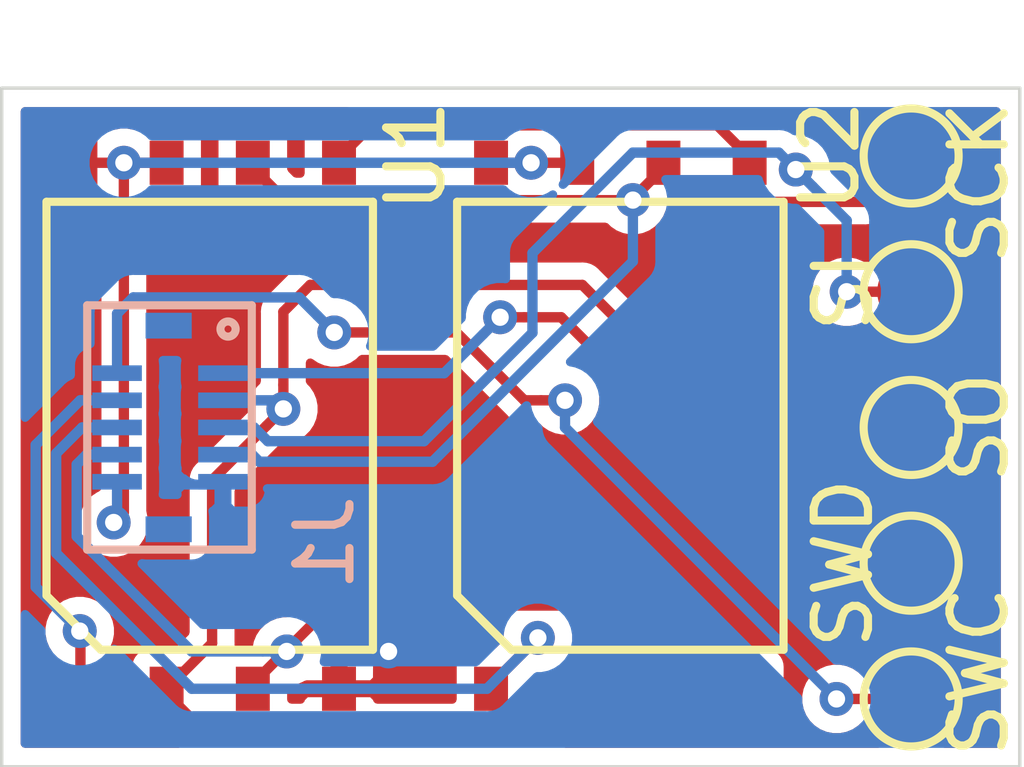
<source format=kicad_pcb>
(kicad_pcb (version 20171130) (host pcbnew "(5.1.2-1)-1")

  (general
    (thickness 1.6)
    (drawings 4)
    (tracks 120)
    (zones 0)
    (modules 8)
    (nets 11)
  )

  (page A4)
  (layers
    (0 F.Cu signal)
    (31 B.Cu signal)
    (32 B.Adhes user hide)
    (33 F.Adhes user hide)
    (34 B.Paste user hide)
    (35 F.Paste user hide)
    (36 B.SilkS user hide)
    (37 F.SilkS user)
    (38 B.Mask user hide)
    (39 F.Mask user hide)
    (40 Dwgs.User user hide)
    (41 Cmts.User user hide)
    (42 Eco1.User user hide)
    (43 Eco2.User user hide)
    (44 Edge.Cuts user)
    (45 Margin user hide)
    (46 B.CrtYd user hide)
    (47 F.CrtYd user)
    (48 B.Fab user hide)
    (49 F.Fab user hide)
  )

  (setup
    (last_trace_width 0.1524)
    (trace_clearance 0.15)
    (zone_clearance 0.254)
    (zone_45_only no)
    (trace_min 0.1524)
    (via_size 0.5)
    (via_drill 0.254)
    (via_min_size 0.5)
    (via_min_drill 0.254)
    (uvia_size 0.3)
    (uvia_drill 0.1)
    (uvias_allowed no)
    (uvia_min_size 0.2)
    (uvia_min_drill 0.1)
    (edge_width 0.05)
    (segment_width 0.2)
    (pcb_text_width 0.3)
    (pcb_text_size 1.5 1.5)
    (mod_edge_width 0.1)
    (mod_text_size 0.8 0.8)
    (mod_text_width 0.12)
    (pad_size 1.524 1.524)
    (pad_drill 0.762)
    (pad_to_mask_clearance 0.051)
    (solder_mask_min_width 0.25)
    (aux_axis_origin 0 0)
    (visible_elements FFFFFF7F)
    (pcbplotparams
      (layerselection 0x010fc_ffffffff)
      (usegerberextensions false)
      (usegerberattributes false)
      (usegerberadvancedattributes false)
      (creategerberjobfile false)
      (excludeedgelayer true)
      (linewidth 0.100000)
      (plotframeref false)
      (viasonmask false)
      (mode 1)
      (useauxorigin false)
      (hpglpennumber 1)
      (hpglpenspeed 20)
      (hpglpendiameter 15.000000)
      (psnegative false)
      (psa4output false)
      (plotreference true)
      (plotvalue true)
      (plotinvisibletext false)
      (padsonsilk false)
      (subtractmaskfromsilk false)
      (outputformat 1)
      (mirror false)
      (drillshape 0)
      (scaleselection 1)
      (outputdirectory "Export/"))
  )

  (net 0 "")
  (net 1 "Net-(J1-Pad10)")
  (net 2 "Net-(J1-Pad9)")
  (net 3 "Net-(J1-Pad8)")
  (net 4 "Net-(J1-Pad7)")
  (net 5 VDD)
  (net 6 GND)
  (net 7 "Net-(J1-Pad4)")
  (net 8 "Net-(J1-Pad3)")
  (net 9 "Net-(J1-Pad2)")
  (net 10 "Net-(J1-Pad1)")

  (net_class Default "This is the default net class."
    (clearance 0.15)
    (trace_width 0.1524)
    (via_dia 0.5)
    (via_drill 0.254)
    (uvia_dia 0.3)
    (uvia_drill 0.1)
    (add_net GND)
    (add_net "Net-(J1-Pad1)")
    (add_net "Net-(J1-Pad10)")
    (add_net "Net-(J1-Pad2)")
    (add_net "Net-(J1-Pad3)")
    (add_net "Net-(J1-Pad4)")
    (add_net "Net-(J1-Pad7)")
    (add_net "Net-(J1-Pad8)")
    (add_net "Net-(J1-Pad9)")
    (add_net VDD)
  )

  (module "ARBO Parts:8x6mm_WSON_UTSO" (layer F.Cu) (tedit 5E57398C) (tstamp 5E579C52)
    (at 141.065 57.975)
    (path /5E5743F3)
    (attr smd)
    (fp_text reference U1 (at 3.035 -3.975 90) (layer F.SilkS)
      (effects (font (size 0.8 0.8) (thickness 0.12)))
    )
    (fp_text value IS37SML01G1 (at 0 0) (layer F.Fab)
      (effects (font (size 1 1) (thickness 0.15)))
    )
    (fp_line (start -2.5 4.25) (end -2.5 -4.25) (layer F.CrtYd) (width 0.05))
    (fp_line (start 2.5 4.25) (end -2.5 4.25) (layer F.CrtYd) (width 0.05))
    (fp_line (start 2.5 -4.25) (end 2.5 4.25) (layer F.CrtYd) (width 0.05))
    (fp_line (start -2.5 -4.25) (end 2.5 -4.25) (layer F.CrtYd) (width 0.05))
    (fp_line (start 2.405 3.3) (end -1.605 3.3) (layer F.SilkS) (width 0.12))
    (fp_line (start 2.405 -3.3) (end 2.405 3.3) (layer F.SilkS) (width 0.12))
    (fp_line (start -2.405 -3.3) (end 2.405 -3.3) (layer F.SilkS) (width 0.12))
    (fp_line (start -2.405 2.5) (end -2.405 -3.3) (layer F.SilkS) (width 0.12))
    (fp_line (start -1.605 3.3) (end -2.405 2.5) (layer F.SilkS) (width 0.12))
    (pad 4 smd rect (at 1.905 3.875) (size 0.5 0.65) (layers F.Cu F.Paste F.Mask)
      (net 6 GND))
    (pad 5 smd rect (at 1.905 -3.875) (size 0.5 0.65) (layers F.Cu F.Paste F.Mask)
      (net 8 "Net-(J1-Pad3)"))
    (pad 3 smd rect (at 0.635 3.875) (size 0.5 0.65) (layers F.Cu F.Paste F.Mask)
      (net 4 "Net-(J1-Pad7)"))
    (pad 6 smd rect (at 0.635 -3.875) (size 0.5 0.65) (layers F.Cu F.Paste F.Mask)
      (net 7 "Net-(J1-Pad4)"))
    (pad 2 smd rect (at -0.635 3.875) (size 0.5 0.65) (layers F.Cu F.Paste F.Mask)
      (net 9 "Net-(J1-Pad2)"))
    (pad 7 smd rect (at -0.635 -3.875) (size 0.5 0.65) (layers F.Cu F.Paste F.Mask)
      (net 5 VDD))
    (pad 1 smd rect (at -1.905 3.875) (size 0.5 0.65) (layers F.Cu F.Paste F.Mask)
      (net 2 "Net-(J1-Pad9)"))
    (pad 8 smd rect (at -1.905 -3.875) (size 0.5 0.65) (layers F.Cu F.Paste F.Mask)
      (net 5 VDD))
  )

  (module TestPoint:TestPoint_Pad_D1.0mm (layer F.Cu) (tedit 5A0F774F) (tstamp 5E57A16A)
    (at 151.4 56)
    (descr "SMD pad as test Point, diameter 1.0mm")
    (tags "test point SMD pad")
    (path /5E58B862)
    (attr virtual)
    (fp_text reference TP5 (at 0 -1.448) (layer F.SilkS) hide
      (effects (font (size 0.8 0.8) (thickness 0.12)))
    )
    (fp_text value TestPoint (at 0 1.55) (layer F.Fab)
      (effects (font (size 1 1) (thickness 0.15)))
    )
    (fp_circle (center 0 0) (end 0 0.7) (layer F.SilkS) (width 0.12))
    (fp_circle (center 0 0) (end 1 0) (layer F.CrtYd) (width 0.05))
    (fp_text user %R (at 0 -1.45) (layer F.Fab)
      (effects (font (size 1 1) (thickness 0.15)))
    )
    (fp_text user SI (at -1 0 90) (layer F.SilkS)
      (effects (font (size 0.8 0.8) (thickness 0.12)))
    )
    (pad 1 smd circle (at 0 0) (size 1 1) (layers F.Cu F.Mask)
      (net 8 "Net-(J1-Pad3)"))
  )

  (module TestPoint:TestPoint_Pad_D1.0mm (layer F.Cu) (tedit 5A0F774F) (tstamp 5E57A3C9)
    (at 151.4 54)
    (descr "SMD pad as test Point, diameter 1.0mm")
    (tags "test point SMD pad")
    (path /5E58C6A8)
    (attr virtual)
    (fp_text reference TP4 (at 0 -1.448) (layer F.SilkS) hide
      (effects (font (size 0.8 0.8) (thickness 0.12)))
    )
    (fp_text value TestPoint (at 0 1.55) (layer F.Fab)
      (effects (font (size 1 1) (thickness 0.15)))
    )
    (fp_circle (center 0 0) (end 0 0.7) (layer F.SilkS) (width 0.12))
    (fp_circle (center 0 0) (end 1 0) (layer F.CrtYd) (width 0.05))
    (fp_text user %R (at 0 -1.45) (layer F.Fab)
      (effects (font (size 1 1) (thickness 0.15)))
    )
    (fp_text user SCK (at 1 0.4 90) (layer F.SilkS)
      (effects (font (size 0.8 0.8) (thickness 0.12)))
    )
    (pad 1 smd circle (at 0 0) (size 1 1) (layers F.Cu F.Mask)
      (net 7 "Net-(J1-Pad4)"))
  )

  (module TestPoint:TestPoint_Pad_D1.0mm (layer F.Cu) (tedit 5A0F774F) (tstamp 5E57A15A)
    (at 151.4 58)
    (descr "SMD pad as test Point, diameter 1.0mm")
    (tags "test point SMD pad")
    (path /5E58AE0B)
    (attr virtual)
    (fp_text reference TP3 (at 0 -1.448) (layer F.SilkS) hide
      (effects (font (size 0.8 0.8) (thickness 0.12)))
    )
    (fp_text value TestPoint (at 0 1.55) (layer F.Fab)
      (effects (font (size 1 1) (thickness 0.15)))
    )
    (fp_circle (center 0 0) (end 0 0.7) (layer F.SilkS) (width 0.12))
    (fp_circle (center 0 0) (end 1 0) (layer F.CrtYd) (width 0.05))
    (fp_text user %R (at 0 -1.45) (layer F.Fab)
      (effects (font (size 1 1) (thickness 0.15)))
    )
    (fp_text user SO (at 1 0 90) (layer F.SilkS)
      (effects (font (size 0.8 0.8) (thickness 0.12)))
    )
    (pad 1 smd circle (at 0 0) (size 1 1) (layers F.Cu F.Mask)
      (net 9 "Net-(J1-Pad2)"))
  )

  (module TestPoint:TestPoint_Pad_D1.0mm (layer F.Cu) (tedit 5A0F774F) (tstamp 5E57A4BE)
    (at 151.4 62)
    (descr "SMD pad as test Point, diameter 1.0mm")
    (tags "test point SMD pad")
    (path /5E584761)
    (attr virtual)
    (fp_text reference TP2 (at 0 -1.448) (layer F.SilkS) hide
      (effects (font (size 0.8 0.8) (thickness 0.12)))
    )
    (fp_text value TestPoint (at 0 1.55) (layer F.Fab)
      (effects (font (size 1 1) (thickness 0.15)))
    )
    (fp_circle (center 0 0) (end 0 0.7) (layer F.SilkS) (width 0.12))
    (fp_circle (center 0 0) (end 1 0) (layer F.CrtYd) (width 0.05))
    (fp_text user %R (at 0 -1.45) (layer F.Fab)
      (effects (font (size 1 1) (thickness 0.15)))
    )
    (fp_text user SWC (at 1 -0.4 90) (layer F.SilkS)
      (effects (font (size 0.8 0.8) (thickness 0.12)))
    )
    (pad 1 smd circle (at 0 0) (size 1 1) (layers F.Cu F.Mask)
      (net 1 "Net-(J1-Pad10)"))
  )

  (module TestPoint:TestPoint_Pad_D1.0mm (layer F.Cu) (tedit 5A0F774F) (tstamp 5E57A479)
    (at 151.4 60)
    (descr "SMD pad as test Point, diameter 1.0mm")
    (tags "test point SMD pad")
    (path /5E58502D)
    (attr virtual)
    (fp_text reference TP1 (at 0 -1.448) (layer F.SilkS) hide
      (effects (font (size 0.8 0.8) (thickness 0.12)))
    )
    (fp_text value TestPoint (at 0 1.55) (layer F.Fab)
      (effects (font (size 1 1) (thickness 0.15)))
    )
    (fp_circle (center 0 0) (end 0 0.7) (layer F.SilkS) (width 0.12))
    (fp_circle (center 0 0) (end 1 0) (layer F.CrtYd) (width 0.05))
    (fp_text user %R (at 0 -1.45) (layer F.Fab)
      (effects (font (size 1 1) (thickness 0.15)))
    )
    (fp_text user SWD (at -1 0 90) (layer F.SilkS)
      (effects (font (size 0.8 0.8) (thickness 0.12)))
    )
    (pad 1 smd circle (at 0 0) (size 1 1) (layers F.Cu F.Mask)
      (net 10 "Net-(J1-Pad1)"))
  )

  (module "ARBO Parts:8x6mm_WSON_UTSO" (layer F.Cu) (tedit 5E57398C) (tstamp 5E579EC6)
    (at 147.115 57.975)
    (path /5E575C07)
    (attr smd)
    (fp_text reference U2 (at 3.085 -3.975 90) (layer F.SilkS)
      (effects (font (size 0.8 0.8) (thickness 0.12)))
    )
    (fp_text value IS37SML01G1 (at 0 0) (layer F.Fab)
      (effects (font (size 1 1) (thickness 0.15)))
    )
    (fp_line (start -2.5 4.25) (end -2.5 -4.25) (layer F.CrtYd) (width 0.05))
    (fp_line (start 2.5 4.25) (end -2.5 4.25) (layer F.CrtYd) (width 0.05))
    (fp_line (start 2.5 -4.25) (end 2.5 4.25) (layer F.CrtYd) (width 0.05))
    (fp_line (start -2.5 -4.25) (end 2.5 -4.25) (layer F.CrtYd) (width 0.05))
    (fp_line (start 2.405 3.3) (end -1.605 3.3) (layer F.SilkS) (width 0.12))
    (fp_line (start 2.405 -3.3) (end 2.405 3.3) (layer F.SilkS) (width 0.12))
    (fp_line (start -2.405 -3.3) (end 2.405 -3.3) (layer F.SilkS) (width 0.12))
    (fp_line (start -2.405 2.5) (end -2.405 -3.3) (layer F.SilkS) (width 0.12))
    (fp_line (start -1.605 3.3) (end -2.405 2.5) (layer F.SilkS) (width 0.12))
    (pad 4 smd rect (at 1.905 3.875) (size 0.5 0.65) (layers F.Cu F.Paste F.Mask)
      (net 6 GND))
    (pad 5 smd rect (at 1.905 -3.875) (size 0.5 0.65) (layers F.Cu F.Paste F.Mask)
      (net 8 "Net-(J1-Pad3)"))
    (pad 3 smd rect (at 0.635 3.875) (size 0.5 0.65) (layers F.Cu F.Paste F.Mask)
      (net 4 "Net-(J1-Pad7)"))
    (pad 6 smd rect (at 0.635 -3.875) (size 0.5 0.65) (layers F.Cu F.Paste F.Mask)
      (net 7 "Net-(J1-Pad4)"))
    (pad 2 smd rect (at -0.635 3.875) (size 0.5 0.65) (layers F.Cu F.Paste F.Mask)
      (net 9 "Net-(J1-Pad2)"))
    (pad 7 smd rect (at -0.635 -3.875) (size 0.5 0.65) (layers F.Cu F.Paste F.Mask)
      (net 5 VDD))
    (pad 1 smd rect (at -1.905 3.875) (size 0.5 0.65) (layers F.Cu F.Paste F.Mask)
      (net 3 "Net-(J1-Pad8)"))
    (pad 8 smd rect (at -1.905 -3.875) (size 0.5 0.65) (layers F.Cu F.Paste F.Mask)
      (net 5 VDD))
  )

  (module "ARBO Parts:hirose_DF37B-10" (layer B.Cu) (tedit 5E572D44) (tstamp 5E579C2D)
    (at 141.26 58 270)
    (path /5E57899C)
    (fp_text reference J1 (at 1.7 -1.5 90) (layer B.SilkS)
      (effects (font (size 0.8 0.8) (thickness 0.12)) (justify mirror))
    )
    (fp_text value ARBO_BT_Hirose (at -0.3 3.1 90) (layer B.Fab)
      (effects (font (size 1 1) (thickness 0.15)) (justify mirror))
    )
    (fp_line (start 1.8 2) (end -1.8 2) (layer B.CrtYd) (width 0.12))
    (fp_line (start 1.8 -0.425) (end 1.8 2) (layer B.CrtYd) (width 0.12))
    (fp_line (start -1.8 -0.425) (end 1.8 -0.425) (layer B.CrtYd) (width 0.12))
    (fp_line (start -1.8 2) (end -1.8 -0.425) (layer B.CrtYd) (width 0.12))
    (fp_circle (center -1.45 -0.075) (end -1.35 -0.125) (layer B.SilkS) (width 0.12))
    (fp_line (start 1.8 2) (end -1.8 2) (layer B.SilkS) (width 0.12))
    (fp_line (start 1.8 -0.425) (end 1.8 2) (layer B.SilkS) (width 0.12))
    (fp_line (start -1.8 -0.425) (end 1.8 -0.425) (layer B.SilkS) (width 0.12))
    (fp_line (start -1.8 2) (end -1.8 -0.425) (layer B.SilkS) (width 0.12))
    (pad 12 smd rect (at -1.5 0.8 270) (size 0.38 0.68) (layers B.Cu B.Paste B.Mask))
    (pad 11 smd rect (at 1.5 0.8 270) (size 0.38 0.68) (layers B.Cu B.Paste B.Mask))
    (pad 10 smd rect (at -0.8 1.56 270) (size 0.23 0.73) (layers B.Cu B.Paste B.Mask)
      (net 1 "Net-(J1-Pad10)"))
    (pad 9 smd rect (at -0.4 1.56 270) (size 0.23 0.73) (layers B.Cu B.Paste B.Mask)
      (net 2 "Net-(J1-Pad9)"))
    (pad 8 smd rect (at 0 1.56 270) (size 0.23 0.73) (layers B.Cu B.Paste B.Mask)
      (net 3 "Net-(J1-Pad8)"))
    (pad 7 smd rect (at 0.4 1.56 270) (size 0.23 0.73) (layers B.Cu B.Paste B.Mask)
      (net 4 "Net-(J1-Pad7)"))
    (pad 6 smd rect (at 0.8 1.56 270) (size 0.23 0.73) (layers B.Cu B.Paste B.Mask)
      (net 5 VDD))
    (pad 5 smd rect (at 0.8 0 270) (size 0.23 0.73) (layers B.Cu B.Paste B.Mask)
      (net 6 GND))
    (pad 4 smd rect (at 0.4 0 270) (size 0.23 0.73) (layers B.Cu B.Paste B.Mask)
      (net 7 "Net-(J1-Pad4)"))
    (pad 3 smd rect (at 0 0 270) (size 0.23 0.73) (layers B.Cu B.Paste B.Mask)
      (net 8 "Net-(J1-Pad3)"))
    (pad 2 smd rect (at -0.4 0 270) (size 0.23 0.73) (layers B.Cu B.Paste B.Mask)
      (net 9 "Net-(J1-Pad2)"))
    (pad 1 smd rect (at -0.8 0 270) (size 0.23 0.73) (layers B.Cu B.Paste B.Mask)
      (net 10 "Net-(J1-Pad1)"))
  )

  (gr_line (start 153 53) (end 138 53) (layer Edge.Cuts) (width 0.05) (tstamp 5E579DE4))
  (gr_line (start 153 63) (end 153 53) (layer Edge.Cuts) (width 0.05))
  (gr_line (start 138 63) (end 153 63) (layer Edge.Cuts) (width 0.05))
  (gr_line (start 138 53) (end 138 63) (layer Edge.Cuts) (width 0.05))

  (via (at 142.9 56.6) (size 0.5) (drill 0.254) (layers F.Cu B.Cu) (net 1))
  (via (at 146.3 57.6) (size 0.5) (drill 0.254) (layers F.Cu B.Cu) (net 1) (tstamp 5E57AE90))
  (via (at 150.3 62) (size 0.5) (drill 0.254) (layers F.Cu B.Cu) (net 1) (tstamp 5E57AE92))
  (segment (start 150.3 62) (end 151.4 62) (width 0.1524) (layer F.Cu) (net 1))
  (segment (start 145.946447 57.6) (end 146.3 57.6) (width 0.1524) (layer F.Cu) (net 1))
  (segment (start 145.7 57.6) (end 145.946447 57.6) (width 0.1524) (layer F.Cu) (net 1))
  (segment (start 144.7 56.6) (end 145.7 57.6) (width 0.1524) (layer F.Cu) (net 1))
  (segment (start 142.9 56.6) (end 144.7 56.6) (width 0.1524) (layer F.Cu) (net 1))
  (segment (start 142.383799 56.083799) (end 142.650001 56.350001) (width 0.1524) (layer B.Cu) (net 1))
  (segment (start 139.939039 56.083799) (end 142.383799 56.083799) (width 0.1524) (layer B.Cu) (net 1))
  (segment (start 142.650001 56.350001) (end 142.9 56.6) (width 0.1524) (layer B.Cu) (net 1))
  (segment (start 139.7 56.322838) (end 139.939039 56.083799) (width 0.1524) (layer B.Cu) (net 1))
  (segment (start 139.7 57.2) (end 139.7 56.322838) (width 0.1524) (layer B.Cu) (net 1))
  (segment (start 146.3 58) (end 150.3 62) (width 0.1524) (layer B.Cu) (net 1))
  (segment (start 146.3 57.6) (end 146.3 58) (width 0.1524) (layer B.Cu) (net 1))
  (via (at 139.15 61) (size 0.5) (drill 0.254) (layers F.Cu B.Cu) (net 2))
  (segment (start 139.16 61.01) (end 139.15 61) (width 0.1524) (layer F.Cu) (net 2))
  (segment (start 139.16 61.85) (end 139.16 61.01) (width 0.1524) (layer F.Cu) (net 2))
  (segment (start 139.1826 57.6) (end 139.7 57.6) (width 0.1524) (layer B.Cu) (net 2))
  (segment (start 138.5 58.257492) (end 139.157492 57.6) (width 0.1524) (layer B.Cu) (net 2))
  (segment (start 139.157492 57.6) (end 139.1826 57.6) (width 0.1524) (layer B.Cu) (net 2))
  (segment (start 139.15 61) (end 138.5 60.35) (width 0.1524) (layer B.Cu) (net 2))
  (segment (start 138.5 60.35) (end 138.5 58.257492) (width 0.1524) (layer B.Cu) (net 2))
  (via (at 145.9 61.1) (size 0.5) (drill 0.254) (layers F.Cu B.Cu) (net 3))
  (segment (start 139.7 58) (end 139.185165 58) (width 0.1524) (layer B.Cu) (net 3))
  (segment (start 145.650001 61.349999) (end 145.9 61.1) (width 0.1524) (layer B.Cu) (net 3))
  (segment (start 145.150001 61.849999) (end 145.650001 61.349999) (width 0.1524) (layer B.Cu) (net 3))
  (segment (start 139.185165 58) (end 138.802411 58.382754) (width 0.1524) (layer B.Cu) (net 3))
  (segment (start 138.802411 59.852411) (end 140.799999 61.849999) (width 0.1524) (layer B.Cu) (net 3))
  (segment (start 140.799999 61.849999) (end 145.150001 61.849999) (width 0.1524) (layer B.Cu) (net 3))
  (segment (start 138.802411 58.382754) (end 138.802411 59.852411) (width 0.1524) (layer B.Cu) (net 3))
  (segment (start 145.21 61.79) (end 145.9 61.1) (width 0.1524) (layer F.Cu) (net 3))
  (segment (start 145.21 61.85) (end 145.21 61.79) (width 0.1524) (layer F.Cu) (net 3))
  (via (at 142.2 61.3) (size 0.5) (drill 0.254) (layers F.Cu B.Cu) (net 4))
  (segment (start 141.846447 61.3) (end 142.2 61.3) (width 0.1524) (layer B.Cu) (net 4))
  (segment (start 139.104822 59.604822) (end 140.8 61.3) (width 0.1524) (layer B.Cu) (net 4))
  (segment (start 139.25 58.4) (end 139.104822 58.545178) (width 0.1524) (layer B.Cu) (net 4))
  (segment (start 139.104822 58.545178) (end 139.104822 59.604822) (width 0.1524) (layer B.Cu) (net 4))
  (segment (start 139.7 58.4) (end 139.25 58.4) (width 0.1524) (layer B.Cu) (net 4))
  (segment (start 140.8 61.3) (end 141.846447 61.3) (width 0.1524) (layer B.Cu) (net 4))
  (segment (start 147.75 61.775) (end 147.75 61.85) (width 0.1524) (layer F.Cu) (net 4))
  (segment (start 142.851201 60.623799) (end 146.598799 60.623799) (width 0.1524) (layer F.Cu) (net 4))
  (segment (start 141.7 61.775) (end 142.851201 60.623799) (width 0.1524) (layer F.Cu) (net 4))
  (segment (start 146.598799 60.623799) (end 147.75 61.775) (width 0.1524) (layer F.Cu) (net 4))
  (segment (start 141.7 61.85) (end 141.7 61.775) (width 0.1524) (layer F.Cu) (net 4))
  (via (at 145.8 54.1) (size 0.5) (drill 0.254) (layers F.Cu B.Cu) (net 5))
  (segment (start 145.21 54.1) (end 146.48 54.1) (width 0.1524) (layer F.Cu) (net 5))
  (segment (start 145.8 54.1) (end 139.8 54.1) (width 0.1524) (layer B.Cu) (net 5))
  (segment (start 139.7 59.350002) (end 139.65 59.400002) (width 0.1524) (layer B.Cu) (net 5))
  (via (at 139.65 59.400002) (size 0.5) (drill 0.254) (layers F.Cu B.Cu) (net 5))
  (segment (start 139.7 58.8) (end 139.7 59.350002) (width 0.1524) (layer B.Cu) (net 5))
  (segment (start 139.8 54.1) (end 140.43 54.1) (width 0.1524) (layer F.Cu) (net 5) (tstamp 5E57A7A2))
  (segment (start 139.16 54.1) (end 139.8 54.1) (width 0.1524) (layer F.Cu) (net 5))
  (via (at 139.8 54.1) (size 0.5) (drill 0.254) (layers F.Cu B.Cu) (net 5))
  (segment (start 139.8 59.250002) (end 139.8 54.1) (width 0.1524) (layer F.Cu) (net 5))
  (segment (start 139.65 59.400002) (end 139.8 59.250002) (width 0.1524) (layer F.Cu) (net 5))
  (via (at 143.7 61.3) (size 0.5) (drill 0.254) (layers F.Cu B.Cu) (net 6))
  (segment (start 142.97 61.85) (end 143.15 61.85) (width 0.1524) (layer F.Cu) (net 6))
  (via (at 147.3 54.65) (size 0.5) (drill 0.254) (layers F.Cu B.Cu) (net 7))
  (segment (start 147.75 54.1) (end 147.75 54.175) (width 0.1524) (layer F.Cu) (net 7))
  (segment (start 147.75 54.175) (end 147.273799 54.651201) (width 0.1524) (layer F.Cu) (net 7))
  (segment (start 147.273799 54.651201) (end 142.176201 54.651201) (width 0.1524) (layer F.Cu) (net 7))
  (segment (start 142.176201 54.651201) (end 141.7 54.175) (width 0.1524) (layer F.Cu) (net 7))
  (segment (start 141.7 54.175) (end 141.7 54.1) (width 0.1524) (layer F.Cu) (net 7))
  (segment (start 141.691343 58.4) (end 141.26 58.4) (width 0.1524) (layer B.Cu) (net 7))
  (segment (start 141.796165 58.504822) (end 141.691343 58.4) (width 0.1524) (layer B.Cu) (net 7))
  (segment (start 147.3 55.552698) (end 144.347876 58.504822) (width 0.1524) (layer B.Cu) (net 7))
  (segment (start 147.3 54.65) (end 147.3 55.552698) (width 0.1524) (layer B.Cu) (net 7))
  (segment (start 144.347876 58.504822) (end 141.796165 58.504822) (width 0.1524) (layer B.Cu) (net 7))
  (segment (start 147.75 54.175) (end 148.251205 54.676205) (width 0.1524) (layer F.Cu) (net 7))
  (segment (start 148.251205 54.676205) (end 150.723795 54.676205) (width 0.1524) (layer F.Cu) (net 7))
  (segment (start 150.900001 54.499999) (end 151.4 54) (width 0.1524) (layer F.Cu) (net 7))
  (segment (start 150.723795 54.676205) (end 150.900001 54.499999) (width 0.1524) (layer F.Cu) (net 7))
  (segment (start 148.543799 53.548799) (end 149.02 54.025) (width 0.1524) (layer F.Cu) (net 8))
  (segment (start 149.02 54.025) (end 149.02 54.1) (width 0.1524) (layer F.Cu) (net 8))
  (segment (start 143.446201 53.548799) (end 143.551201 53.548799) (width 0.1524) (layer F.Cu) (net 8))
  (segment (start 142.97 54.025) (end 143.446201 53.548799) (width 0.1524) (layer F.Cu) (net 8))
  (segment (start 142.97 54.1) (end 142.97 54.025) (width 0.1524) (layer F.Cu) (net 8))
  (segment (start 143.551201 53.548799) (end 148.543799 53.548799) (width 0.1524) (layer F.Cu) (net 8) (tstamp 5E57A844))
  (via (at 150.45 56) (size 0.5) (drill 0.254) (layers F.Cu B.Cu) (net 8) (tstamp 5E57AB6E))
  (segment (start 150.45 56) (end 151.4 56) (width 0.1524) (layer F.Cu) (net 8))
  (segment (start 149.450001 53.950001) (end 149.7 54.2) (width 0.1524) (layer B.Cu) (net 8))
  (segment (start 147.299999 53.950001) (end 149.450001 53.950001) (width 0.1524) (layer B.Cu) (net 8))
  (via (at 149.7 54.2) (size 0.5) (drill 0.254) (layers F.Cu B.Cu) (net 8))
  (segment (start 145.820235 56.60479) (end 145.820234 55.429766) (width 0.1524) (layer B.Cu) (net 8))
  (segment (start 150.45 54.95) (end 149.949999 54.449999) (width 0.1524) (layer B.Cu) (net 8))
  (segment (start 141.26 58) (end 141.719016 58) (width 0.1524) (layer B.Cu) (net 8))
  (segment (start 149.949999 54.449999) (end 149.7 54.2) (width 0.1524) (layer B.Cu) (net 8))
  (segment (start 141.719016 58) (end 141.921427 58.202411) (width 0.1524) (layer B.Cu) (net 8))
  (segment (start 144.222614 58.202411) (end 145.820235 56.60479) (width 0.1524) (layer B.Cu) (net 8))
  (segment (start 141.921427 58.202411) (end 144.222614 58.202411) (width 0.1524) (layer B.Cu) (net 8))
  (segment (start 150.45 56) (end 150.45 54.95) (width 0.1524) (layer B.Cu) (net 8))
  (segment (start 145.820234 55.429766) (end 147.299999 53.950001) (width 0.1524) (layer B.Cu) (net 8))
  (segment (start 146.003799 62.401201) (end 146.48 61.925) (width 0.1524) (layer F.Cu) (net 9))
  (segment (start 146.48 61.925) (end 146.48 61.85) (width 0.1524) (layer F.Cu) (net 9))
  (segment (start 140.906201 62.401201) (end 140.906201 62.401201) (width 0.1524) (layer F.Cu) (net 9))
  (segment (start 140.43 61.925) (end 140.906201 62.401201) (width 0.1524) (layer F.Cu) (net 9))
  (segment (start 140.43 61.85) (end 140.43 61.925) (width 0.1524) (layer F.Cu) (net 9))
  (segment (start 140.906201 62.401201) (end 146.003799 62.401201) (width 0.1524) (layer F.Cu) (net 9) (tstamp 5E57A840))
  (segment (start 141.26 57.6) (end 142.023794 57.6) (width 0.1524) (layer B.Cu) (net 9))
  (segment (start 142.023794 57.6) (end 142.150004 57.72621) (width 0.1524) (layer B.Cu) (net 9))
  (via (at 142.150004 57.72621) (size 0.5) (drill 0.254) (layers F.Cu B.Cu) (net 9))
  (segment (start 142.150004 57.372657) (end 142.150004 57.72621) (width 0.1524) (layer F.Cu) (net 9))
  (segment (start 142.545222 55.9) (end 142.150004 56.295218) (width 0.1524) (layer F.Cu) (net 9))
  (segment (start 148.655344 58) (end 146.555344 55.9) (width 0.1524) (layer F.Cu) (net 9))
  (segment (start 151.4 58) (end 148.655344 58) (width 0.1524) (layer F.Cu) (net 9))
  (segment (start 142.150004 56.295218) (end 142.150004 57.372657) (width 0.1524) (layer F.Cu) (net 9))
  (segment (start 146.555344 55.9) (end 142.545222 55.9) (width 0.1524) (layer F.Cu) (net 9))
  (segment (start 141.1 61.18) (end 141.1 58.776214) (width 0.1524) (layer F.Cu) (net 9))
  (segment (start 141.900005 57.976209) (end 142.150004 57.72621) (width 0.1524) (layer F.Cu) (net 9))
  (segment (start 141.1 58.776214) (end 141.900005 57.976209) (width 0.1524) (layer F.Cu) (net 9))
  (segment (start 140.43 61.85) (end 141.1 61.18) (width 0.1524) (layer F.Cu) (net 9))
  (segment (start 145.697586 56.376212) (end 145.344033 56.376212) (width 0.1524) (layer F.Cu) (net 10))
  (via (at 145.344033 56.376212) (size 0.5) (drill 0.254) (layers F.Cu B.Cu) (net 10))
  (segment (start 149.867823 60) (end 146.244035 56.376212) (width 0.1524) (layer F.Cu) (net 10))
  (segment (start 146.244035 56.376212) (end 145.697586 56.376212) (width 0.1524) (layer F.Cu) (net 10))
  (segment (start 141.26 57.2) (end 144.520245 57.2) (width 0.1524) (layer B.Cu) (net 10))
  (segment (start 151.4 60) (end 149.867823 60) (width 0.1524) (layer F.Cu) (net 10))
  (segment (start 145.094034 56.626211) (end 145.344033 56.376212) (width 0.1524) (layer B.Cu) (net 10))
  (segment (start 144.520245 57.2) (end 145.094034 56.626211) (width 0.1524) (layer B.Cu) (net 10))

  (zone (net 6) (net_name GND) (layer F.Cu) (tstamp 5E595FAE) (hatch edge 0.508)
    (connect_pads (clearance 0.254))
    (min_thickness 0.13)
    (fill yes (arc_segments 32) (thermal_gap 0.25) (thermal_bridge_width 0.25))
    (polygon
      (pts
        (xy 138 53) (xy 138 63) (xy 153 63) (xy 153 53)
      )
    )
    (filled_polygon
      (pts
        (xy 142.981646 53.454457) (xy 142.72 53.454457) (xy 142.657465 53.460616) (xy 142.597334 53.478857) (xy 142.541916 53.508478)
        (xy 142.493342 53.548342) (xy 142.453478 53.596916) (xy 142.423857 53.652334) (xy 142.405616 53.712465) (xy 142.399457 53.775)
        (xy 142.399457 54.256001) (xy 142.339898 54.256001) (xy 142.270543 54.186646) (xy 142.270543 53.775) (xy 142.264384 53.712465)
        (xy 142.246143 53.652334) (xy 142.216522 53.596916) (xy 142.176658 53.548342) (xy 142.128084 53.508478) (xy 142.072666 53.478857)
        (xy 142.012535 53.460616) (xy 141.95 53.454457) (xy 141.45 53.454457) (xy 141.387465 53.460616) (xy 141.327334 53.478857)
        (xy 141.271916 53.508478) (xy 141.223342 53.548342) (xy 141.183478 53.596916) (xy 141.153857 53.652334) (xy 141.135616 53.712465)
        (xy 141.129457 53.775) (xy 141.129457 54.425) (xy 141.135616 54.487535) (xy 141.153857 54.547666) (xy 141.183478 54.603084)
        (xy 141.223342 54.651658) (xy 141.271916 54.691522) (xy 141.327334 54.721143) (xy 141.387465 54.739384) (xy 141.45 54.745543)
        (xy 141.711646 54.745543) (xy 141.88302 54.916917) (xy 141.8954 54.932002) (xy 141.955577 54.981388) (xy 142.024233 55.018085)
        (xy 142.098728 55.040683) (xy 142.176201 55.048313) (xy 142.195615 55.046401) (xy 146.891714 55.046401) (xy 146.937284 55.091971)
        (xy 147.030478 55.154241) (xy 147.134029 55.197134) (xy 147.243958 55.219) (xy 147.356042 55.219) (xy 147.465971 55.197134)
        (xy 147.569522 55.154241) (xy 147.662716 55.091971) (xy 147.741971 55.012716) (xy 147.804241 54.919522) (xy 147.842723 54.82662)
        (xy 147.958024 54.941921) (xy 147.970404 54.957006) (xy 148.030581 55.006392) (xy 148.099237 55.043089) (xy 148.173732 55.065687)
        (xy 148.251205 55.073317) (xy 148.270619 55.071405) (xy 150.704381 55.071405) (xy 150.723795 55.073317) (xy 150.743209 55.071405)
        (xy 150.801268 55.065687) (xy 150.875763 55.043089) (xy 150.944419 55.006392) (xy 151.004596 54.957006) (xy 151.01698 54.941916)
        (xy 151.169667 54.789229) (xy 151.319336 54.819) (xy 151.480664 54.819) (xy 151.638894 54.787526) (xy 151.787942 54.725789)
        (xy 151.922082 54.636159) (xy 152.036159 54.522082) (xy 152.125789 54.387942) (xy 152.187526 54.238894) (xy 152.219 54.080664)
        (xy 152.219 53.919336) (xy 152.187526 53.761106) (xy 152.125789 53.612058) (xy 152.036159 53.477918) (xy 151.922082 53.363841)
        (xy 151.892388 53.344) (xy 152.656001 53.344) (xy 152.656 62.656) (xy 151.892388 62.656) (xy 151.922082 62.636159)
        (xy 152.036159 62.522082) (xy 152.125789 62.387942) (xy 152.187526 62.238894) (xy 152.219 62.080664) (xy 152.219 61.919336)
        (xy 152.187526 61.761106) (xy 152.125789 61.612058) (xy 152.036159 61.477918) (xy 151.922082 61.363841) (xy 151.787942 61.274211)
        (xy 151.638894 61.212474) (xy 151.480664 61.181) (xy 151.319336 61.181) (xy 151.161106 61.212474) (xy 151.012058 61.274211)
        (xy 150.877918 61.363841) (xy 150.763841 61.477918) (xy 150.691248 61.586561) (xy 150.662716 61.558029) (xy 150.569522 61.495759)
        (xy 150.465971 61.452866) (xy 150.356042 61.431) (xy 150.243958 61.431) (xy 150.134029 61.452866) (xy 150.030478 61.495759)
        (xy 149.937284 61.558029) (xy 149.858029 61.637284) (xy 149.795759 61.730478) (xy 149.752866 61.834029) (xy 149.731 61.943958)
        (xy 149.731 62.056042) (xy 149.752866 62.165971) (xy 149.795759 62.269522) (xy 149.858029 62.362716) (xy 149.937284 62.441971)
        (xy 150.030478 62.504241) (xy 150.134029 62.547134) (xy 150.243958 62.569) (xy 150.356042 62.569) (xy 150.465971 62.547134)
        (xy 150.569522 62.504241) (xy 150.662716 62.441971) (xy 150.691248 62.413439) (xy 150.763841 62.522082) (xy 150.877918 62.636159)
        (xy 150.907612 62.656) (xy 146.307896 62.656) (xy 146.468353 62.495543) (xy 146.73 62.495543) (xy 146.792535 62.489384)
        (xy 146.852666 62.471143) (xy 146.908084 62.441522) (xy 146.956658 62.401658) (xy 146.996522 62.353084) (xy 147.026143 62.297666)
        (xy 147.044384 62.237535) (xy 147.050543 62.175) (xy 147.050543 61.63444) (xy 147.179457 61.763354) (xy 147.179457 62.175)
        (xy 147.185616 62.237535) (xy 147.203857 62.297666) (xy 147.233478 62.353084) (xy 147.273342 62.401658) (xy 147.321916 62.441522)
        (xy 147.377334 62.471143) (xy 147.437465 62.489384) (xy 147.5 62.495543) (xy 148 62.495543) (xy 148.062535 62.489384)
        (xy 148.122666 62.471143) (xy 148.178084 62.441522) (xy 148.226658 62.401658) (xy 148.266522 62.353084) (xy 148.296143 62.297666)
        (xy 148.314384 62.237535) (xy 148.320543 62.175) (xy 148.453476 62.175) (xy 148.459558 62.236751) (xy 148.47757 62.296128)
        (xy 148.50682 62.350851) (xy 148.546184 62.398816) (xy 148.594149 62.43818) (xy 148.648872 62.46743) (xy 148.708249 62.485442)
        (xy 148.77 62.491524) (xy 148.88125 62.49) (xy 148.96 62.41125) (xy 148.96 61.91) (xy 149.08 61.91)
        (xy 149.08 62.41125) (xy 149.15875 62.49) (xy 149.27 62.491524) (xy 149.331751 62.485442) (xy 149.391128 62.46743)
        (xy 149.445851 62.43818) (xy 149.493816 62.398816) (xy 149.53318 62.350851) (xy 149.56243 62.296128) (xy 149.580442 62.236751)
        (xy 149.586524 62.175) (xy 149.585 61.98875) (xy 149.50625 61.91) (xy 149.08 61.91) (xy 148.96 61.91)
        (xy 148.53375 61.91) (xy 148.455 61.98875) (xy 148.453476 62.175) (xy 148.320543 62.175) (xy 148.320543 61.525)
        (xy 148.453476 61.525) (xy 148.455 61.71125) (xy 148.53375 61.79) (xy 148.96 61.79) (xy 148.96 61.28875)
        (xy 149.08 61.28875) (xy 149.08 61.79) (xy 149.50625 61.79) (xy 149.585 61.71125) (xy 149.586524 61.525)
        (xy 149.580442 61.463249) (xy 149.56243 61.403872) (xy 149.53318 61.349149) (xy 149.493816 61.301184) (xy 149.445851 61.26182)
        (xy 149.391128 61.23257) (xy 149.331751 61.214558) (xy 149.27 61.208476) (xy 149.15875 61.21) (xy 149.08 61.28875)
        (xy 148.96 61.28875) (xy 148.88125 61.21) (xy 148.77 61.208476) (xy 148.708249 61.214558) (xy 148.648872 61.23257)
        (xy 148.594149 61.26182) (xy 148.546184 61.301184) (xy 148.50682 61.349149) (xy 148.47757 61.403872) (xy 148.459558 61.463249)
        (xy 148.453476 61.525) (xy 148.320543 61.525) (xy 148.314384 61.462465) (xy 148.296143 61.402334) (xy 148.266522 61.346916)
        (xy 148.226658 61.298342) (xy 148.178084 61.258478) (xy 148.122666 61.228857) (xy 148.062535 61.210616) (xy 148 61.204457)
        (xy 147.738354 61.204457) (xy 146.891984 60.358088) (xy 146.8796 60.342998) (xy 146.819423 60.293612) (xy 146.750767 60.256915)
        (xy 146.676272 60.234317) (xy 146.618213 60.228599) (xy 146.598799 60.226687) (xy 146.579385 60.228599) (xy 142.870614 60.228599)
        (xy 142.8512 60.226687) (xy 142.773728 60.234317) (xy 142.699233 60.256915) (xy 142.630577 60.293612) (xy 142.5704 60.342998)
        (xy 142.55802 60.358083) (xy 142.185103 60.731) (xy 142.143958 60.731) (xy 142.034029 60.752866) (xy 141.930478 60.795759)
        (xy 141.837284 60.858029) (xy 141.758029 60.937284) (xy 141.695759 61.030478) (xy 141.652866 61.134029) (xy 141.638857 61.204457)
        (xy 141.494703 61.204457) (xy 141.4952 61.199414) (xy 141.4952 61.199413) (xy 141.497112 61.180001) (xy 141.4952 61.160587)
        (xy 141.4952 58.93991) (xy 142.139901 58.29521) (xy 142.206046 58.29521) (xy 142.315975 58.273344) (xy 142.419526 58.230451)
        (xy 142.51272 58.168181) (xy 142.591975 58.088926) (xy 142.654245 57.995732) (xy 142.697138 57.892181) (xy 142.719004 57.782252)
        (xy 142.719004 57.670168) (xy 142.697138 57.560239) (xy 142.654245 57.456688) (xy 142.591975 57.363494) (xy 142.545204 57.316723)
        (xy 142.545204 57.047263) (xy 142.630478 57.104241) (xy 142.734029 57.147134) (xy 142.843958 57.169) (xy 142.956042 57.169)
        (xy 143.065971 57.147134) (xy 143.169522 57.104241) (xy 143.262716 57.041971) (xy 143.309487 56.9952) (xy 144.536304 56.9952)
        (xy 145.406819 57.865716) (xy 145.419199 57.880801) (xy 145.466154 57.919336) (xy 145.479376 57.930187) (xy 145.548031 57.966884)
        (xy 145.622527 57.989482) (xy 145.7 57.997112) (xy 145.719414 57.9952) (xy 145.890513 57.9952) (xy 145.937284 58.041971)
        (xy 146.030478 58.104241) (xy 146.134029 58.147134) (xy 146.243958 58.169) (xy 146.356042 58.169) (xy 146.465971 58.147134)
        (xy 146.569522 58.104241) (xy 146.662716 58.041971) (xy 146.741971 57.962716) (xy 146.804241 57.869522) (xy 146.847134 57.765971)
        (xy 146.869 57.656042) (xy 146.869 57.560073) (xy 149.574642 60.265716) (xy 149.587022 60.280801) (xy 149.647199 60.330187)
        (xy 149.715855 60.366884) (xy 149.785273 60.387942) (xy 149.79035 60.389482) (xy 149.867822 60.397112) (xy 149.887236 60.3952)
        (xy 150.679061 60.3952) (xy 150.763841 60.522082) (xy 150.877918 60.636159) (xy 151.012058 60.725789) (xy 151.161106 60.787526)
        (xy 151.319336 60.819) (xy 151.480664 60.819) (xy 151.638894 60.787526) (xy 151.787942 60.725789) (xy 151.922082 60.636159)
        (xy 152.036159 60.522082) (xy 152.125789 60.387942) (xy 152.187526 60.238894) (xy 152.219 60.080664) (xy 152.219 59.919336)
        (xy 152.187526 59.761106) (xy 152.125789 59.612058) (xy 152.036159 59.477918) (xy 151.922082 59.363841) (xy 151.787942 59.274211)
        (xy 151.638894 59.212474) (xy 151.480664 59.181) (xy 151.319336 59.181) (xy 151.161106 59.212474) (xy 151.012058 59.274211)
        (xy 150.877918 59.363841) (xy 150.763841 59.477918) (xy 150.679061 59.6048) (xy 150.03152 59.6048) (xy 148.82192 58.3952)
        (xy 150.679061 58.3952) (xy 150.763841 58.522082) (xy 150.877918 58.636159) (xy 151.012058 58.725789) (xy 151.161106 58.787526)
        (xy 151.319336 58.819) (xy 151.480664 58.819) (xy 151.638894 58.787526) (xy 151.787942 58.725789) (xy 151.922082 58.636159)
        (xy 152.036159 58.522082) (xy 152.125789 58.387942) (xy 152.187526 58.238894) (xy 152.219 58.080664) (xy 152.219 57.919336)
        (xy 152.187526 57.761106) (xy 152.125789 57.612058) (xy 152.036159 57.477918) (xy 151.922082 57.363841) (xy 151.787942 57.274211)
        (xy 151.638894 57.212474) (xy 151.480664 57.181) (xy 151.319336 57.181) (xy 151.161106 57.212474) (xy 151.012058 57.274211)
        (xy 150.877918 57.363841) (xy 150.763841 57.477918) (xy 150.679061 57.6048) (xy 148.819042 57.6048) (xy 147.158199 55.943958)
        (xy 149.881 55.943958) (xy 149.881 56.056042) (xy 149.902866 56.165971) (xy 149.945759 56.269522) (xy 150.008029 56.362716)
        (xy 150.087284 56.441971) (xy 150.180478 56.504241) (xy 150.284029 56.547134) (xy 150.393958 56.569) (xy 150.506042 56.569)
        (xy 150.615971 56.547134) (xy 150.719522 56.504241) (xy 150.74192 56.489275) (xy 150.763841 56.522082) (xy 150.877918 56.636159)
        (xy 151.012058 56.725789) (xy 151.161106 56.787526) (xy 151.319336 56.819) (xy 151.480664 56.819) (xy 151.638894 56.787526)
        (xy 151.787942 56.725789) (xy 151.922082 56.636159) (xy 152.036159 56.522082) (xy 152.125789 56.387942) (xy 152.187526 56.238894)
        (xy 152.219 56.080664) (xy 152.219 55.919336) (xy 152.187526 55.761106) (xy 152.125789 55.612058) (xy 152.036159 55.477918)
        (xy 151.922082 55.363841) (xy 151.787942 55.274211) (xy 151.638894 55.212474) (xy 151.480664 55.181) (xy 151.319336 55.181)
        (xy 151.161106 55.212474) (xy 151.012058 55.274211) (xy 150.877918 55.363841) (xy 150.763841 55.477918) (xy 150.74192 55.510725)
        (xy 150.719522 55.495759) (xy 150.615971 55.452866) (xy 150.506042 55.431) (xy 150.393958 55.431) (xy 150.284029 55.452866)
        (xy 150.180478 55.495759) (xy 150.087284 55.558029) (xy 150.008029 55.637284) (xy 149.945759 55.730478) (xy 149.902866 55.834029)
        (xy 149.881 55.943958) (xy 147.158199 55.943958) (xy 146.848529 55.634289) (xy 146.836145 55.619199) (xy 146.775968 55.569813)
        (xy 146.707312 55.533116) (xy 146.632817 55.510518) (xy 146.574758 55.5048) (xy 146.555344 55.502888) (xy 146.53593 55.5048)
        (xy 142.564636 55.5048) (xy 142.545222 55.502888) (xy 142.467749 55.510518) (xy 142.393253 55.533116) (xy 142.324598 55.569813)
        (xy 142.264421 55.619199) (xy 142.252041 55.634284) (xy 141.884293 56.002033) (xy 141.869203 56.014417) (xy 141.819817 56.074595)
        (xy 141.78312 56.143251) (xy 141.765029 56.202888) (xy 141.760522 56.217746) (xy 141.752892 56.295218) (xy 141.754804 56.314632)
        (xy 141.754805 57.316722) (xy 141.708033 57.363494) (xy 141.645763 57.456688) (xy 141.60287 57.560239) (xy 141.581004 57.670168)
        (xy 141.581004 57.736313) (xy 140.834284 58.483033) (xy 140.8192 58.495413) (xy 140.777721 58.545955) (xy 140.769813 58.555591)
        (xy 140.733117 58.624246) (xy 140.710518 58.698742) (xy 140.702888 58.776214) (xy 140.704801 58.795638) (xy 140.7048 61.016303)
        (xy 140.516646 61.204457) (xy 140.18 61.204457) (xy 140.117465 61.210616) (xy 140.057334 61.228857) (xy 140.001916 61.258478)
        (xy 139.953342 61.298342) (xy 139.913478 61.346916) (xy 139.883857 61.402334) (xy 139.865616 61.462465) (xy 139.859457 61.525)
        (xy 139.859457 62.175) (xy 139.865616 62.237535) (xy 139.883857 62.297666) (xy 139.913478 62.353084) (xy 139.953342 62.401658)
        (xy 140.001916 62.441522) (xy 140.057334 62.471143) (xy 140.117465 62.489384) (xy 140.18 62.495543) (xy 140.441646 62.495543)
        (xy 140.602103 62.656) (xy 138.344 62.656) (xy 138.344 60.943958) (xy 138.581 60.943958) (xy 138.581 61.056042)
        (xy 138.602866 61.165971) (xy 138.645759 61.269522) (xy 138.67324 61.310651) (xy 138.643478 61.346916) (xy 138.613857 61.402334)
        (xy 138.595616 61.462465) (xy 138.589457 61.525) (xy 138.589457 62.175) (xy 138.595616 62.237535) (xy 138.613857 62.297666)
        (xy 138.643478 62.353084) (xy 138.683342 62.401658) (xy 138.731916 62.441522) (xy 138.787334 62.471143) (xy 138.847465 62.489384)
        (xy 138.91 62.495543) (xy 139.41 62.495543) (xy 139.472535 62.489384) (xy 139.532666 62.471143) (xy 139.588084 62.441522)
        (xy 139.636658 62.401658) (xy 139.676522 62.353084) (xy 139.706143 62.297666) (xy 139.724384 62.237535) (xy 139.730543 62.175)
        (xy 139.730543 61.525) (xy 139.724384 61.462465) (xy 139.706143 61.402334) (xy 139.676522 61.346916) (xy 139.636658 61.298342)
        (xy 139.635577 61.297455) (xy 139.654241 61.269522) (xy 139.697134 61.165971) (xy 139.719 61.056042) (xy 139.719 60.943958)
        (xy 139.697134 60.834029) (xy 139.654241 60.730478) (xy 139.591971 60.637284) (xy 139.512716 60.558029) (xy 139.419522 60.495759)
        (xy 139.315971 60.452866) (xy 139.206042 60.431) (xy 139.093958 60.431) (xy 138.984029 60.452866) (xy 138.880478 60.495759)
        (xy 138.787284 60.558029) (xy 138.708029 60.637284) (xy 138.645759 60.730478) (xy 138.602866 60.834029) (xy 138.581 60.943958)
        (xy 138.344 60.943958) (xy 138.344 53.775) (xy 138.589457 53.775) (xy 138.589457 54.425) (xy 138.595616 54.487535)
        (xy 138.613857 54.547666) (xy 138.643478 54.603084) (xy 138.683342 54.651658) (xy 138.731916 54.691522) (xy 138.787334 54.721143)
        (xy 138.847465 54.739384) (xy 138.91 54.745543) (xy 139.404801 54.745543) (xy 139.4048 58.885686) (xy 139.380478 58.895761)
        (xy 139.287284 58.958031) (xy 139.208029 59.037286) (xy 139.145759 59.13048) (xy 139.102866 59.234031) (xy 139.081 59.34396)
        (xy 139.081 59.456044) (xy 139.102866 59.565973) (xy 139.145759 59.669524) (xy 139.208029 59.762718) (xy 139.287284 59.841973)
        (xy 139.380478 59.904243) (xy 139.484029 59.947136) (xy 139.593958 59.969002) (xy 139.706042 59.969002) (xy 139.815971 59.947136)
        (xy 139.919522 59.904243) (xy 140.012716 59.841973) (xy 140.091971 59.762718) (xy 140.154241 59.669524) (xy 140.197134 59.565973)
        (xy 140.219 59.456044) (xy 140.219 59.34396) (xy 140.197134 59.234031) (xy 140.1952 59.229362) (xy 140.1952 54.745543)
        (xy 140.68 54.745543) (xy 140.742535 54.739384) (xy 140.802666 54.721143) (xy 140.858084 54.691522) (xy 140.906658 54.651658)
        (xy 140.946522 54.603084) (xy 140.976143 54.547666) (xy 140.994384 54.487535) (xy 141.000543 54.425) (xy 141.000543 53.775)
        (xy 140.994384 53.712465) (xy 140.976143 53.652334) (xy 140.946522 53.596916) (xy 140.906658 53.548342) (xy 140.858084 53.508478)
        (xy 140.802666 53.478857) (xy 140.742535 53.460616) (xy 140.68 53.454457) (xy 140.18 53.454457) (xy 140.117465 53.460616)
        (xy 140.057334 53.478857) (xy 140.001916 53.508478) (xy 139.953342 53.548342) (xy 139.951923 53.550072) (xy 139.856042 53.531)
        (xy 139.743958 53.531) (xy 139.639481 53.551782) (xy 139.636658 53.548342) (xy 139.588084 53.508478) (xy 139.532666 53.478857)
        (xy 139.472535 53.460616) (xy 139.41 53.454457) (xy 138.91 53.454457) (xy 138.847465 53.460616) (xy 138.787334 53.478857)
        (xy 138.731916 53.508478) (xy 138.683342 53.548342) (xy 138.643478 53.596916) (xy 138.613857 53.652334) (xy 138.595616 53.712465)
        (xy 138.589457 53.775) (xy 138.344 53.775) (xy 138.344 53.344) (xy 143.092103 53.344)
      )
    )
    (filled_polygon
      (pts
        (xy 145.331 61.043958) (xy 145.331 61.110103) (xy 145.236646 61.204457) (xy 144.96 61.204457) (xy 144.897465 61.210616)
        (xy 144.837334 61.228857) (xy 144.781916 61.258478) (xy 144.733342 61.298342) (xy 144.693478 61.346916) (xy 144.663857 61.402334)
        (xy 144.645616 61.462465) (xy 144.639457 61.525) (xy 144.639457 62.006001) (xy 143.535141 62.006001) (xy 143.535 61.98875)
        (xy 143.45625 61.91) (xy 143.03 61.91) (xy 143.03 61.93) (xy 142.91 61.93) (xy 142.91 61.91)
        (xy 142.48375 61.91) (xy 142.405 61.98875) (xy 142.404859 62.006001) (xy 142.270543 62.006001) (xy 142.270543 61.866116)
        (xy 142.365971 61.847134) (xy 142.469522 61.804241) (xy 142.490835 61.79) (xy 142.91 61.79) (xy 142.91 61.28875)
        (xy 143.03 61.28875) (xy 143.03 61.79) (xy 143.45625 61.79) (xy 143.535 61.71125) (xy 143.536524 61.525)
        (xy 143.530442 61.463249) (xy 143.51243 61.403872) (xy 143.48318 61.349149) (xy 143.443816 61.301184) (xy 143.395851 61.26182)
        (xy 143.341128 61.23257) (xy 143.281751 61.214558) (xy 143.22 61.208476) (xy 143.10875 61.21) (xy 143.03 61.28875)
        (xy 142.91 61.28875) (xy 142.83125 61.21) (xy 142.823996 61.209901) (xy 143.014898 61.018999) (xy 145.335965 61.018999)
      )
    )
  )
  (zone (net 6) (net_name GND) (layer B.Cu) (tstamp 5E595FAB) (hatch edge 0.508)
    (connect_pads (clearance 0.254))
    (min_thickness 0.13)
    (fill yes (arc_segments 32) (thermal_gap 0.25) (thermal_bridge_width 0.25))
    (polygon
      (pts
        (xy 138 53) (xy 138 63) (xy 153 63) (xy 153 53)
      )
    )
    (filled_polygon
      (pts
        (xy 152.656 62.656) (xy 138.344 62.656) (xy 138.344 60.752896) (xy 138.581 60.989897) (xy 138.581 61.056042)
        (xy 138.602866 61.165971) (xy 138.645759 61.269522) (xy 138.708029 61.362716) (xy 138.787284 61.441971) (xy 138.880478 61.504241)
        (xy 138.984029 61.547134) (xy 139.093958 61.569) (xy 139.206042 61.569) (xy 139.315971 61.547134) (xy 139.419522 61.504241)
        (xy 139.512716 61.441971) (xy 139.591971 61.362716) (xy 139.654241 61.269522) (xy 139.656111 61.265008) (xy 140.506818 62.115715)
        (xy 140.519198 62.1308) (xy 140.579375 62.180186) (xy 140.648031 62.216883) (xy 140.722526 62.239481) (xy 140.799998 62.247111)
        (xy 140.819412 62.245199) (xy 145.130587 62.245199) (xy 145.150001 62.247111) (xy 145.169415 62.245199) (xy 145.227474 62.239481)
        (xy 145.301969 62.216883) (xy 145.370625 62.180186) (xy 145.430802 62.1308) (xy 145.443186 62.11571) (xy 145.889897 61.669)
        (xy 145.956042 61.669) (xy 146.065971 61.647134) (xy 146.169522 61.604241) (xy 146.262716 61.541971) (xy 146.341971 61.462716)
        (xy 146.404241 61.369522) (xy 146.447134 61.265971) (xy 146.469 61.156042) (xy 146.469 61.043958) (xy 146.447134 60.934029)
        (xy 146.404241 60.830478) (xy 146.341971 60.737284) (xy 146.262716 60.658029) (xy 146.169522 60.595759) (xy 146.065971 60.552866)
        (xy 145.956042 60.531) (xy 145.843958 60.531) (xy 145.734029 60.552866) (xy 145.630478 60.595759) (xy 145.537284 60.658029)
        (xy 145.458029 60.737284) (xy 145.395759 60.830478) (xy 145.352866 60.934029) (xy 145.331 61.043958) (xy 145.331 61.110103)
        (xy 144.986305 61.454799) (xy 142.749356 61.454799) (xy 142.769 61.356042) (xy 142.769 61.243958) (xy 142.747134 61.134029)
        (xy 142.704241 61.030478) (xy 142.641971 60.937284) (xy 142.562716 60.858029) (xy 142.469522 60.795759) (xy 142.365971 60.752866)
        (xy 142.256042 60.731) (xy 142.143958 60.731) (xy 142.034029 60.752866) (xy 141.930478 60.795759) (xy 141.837284 60.858029)
        (xy 141.790513 60.9048) (xy 140.963697 60.9048) (xy 140.063916 60.005019) (xy 140.12 60.010543) (xy 140.8 60.010543)
        (xy 140.862535 60.004384) (xy 140.922666 59.986143) (xy 140.978084 59.956522) (xy 141.026658 59.916658) (xy 141.066522 59.868084)
        (xy 141.096143 59.812666) (xy 141.114384 59.752535) (xy 141.120543 59.69) (xy 141.120543 59.31) (xy 141.114384 59.247465)
        (xy 141.109111 59.230082) (xy 141.12125 59.23) (xy 141.2 59.15125) (xy 141.2 58.85) (xy 140.65875 58.85)
        (xy 140.58 58.92875) (xy 140.585397 58.98083) (xy 140.588138 58.989457) (xy 140.375767 58.989457) (xy 140.379384 58.977535)
        (xy 140.385543 58.915) (xy 140.385543 58.685) (xy 140.379384 58.622465) (xy 140.372569 58.6) (xy 140.379384 58.577535)
        (xy 140.385543 58.515) (xy 140.385543 58.285) (xy 140.379384 58.222465) (xy 140.372569 58.2) (xy 140.379384 58.177535)
        (xy 140.385543 58.115) (xy 140.385543 57.885) (xy 140.379384 57.822465) (xy 140.372569 57.8) (xy 140.379384 57.777535)
        (xy 140.385543 57.715) (xy 140.385543 57.485) (xy 140.379384 57.422465) (xy 140.372569 57.4) (xy 140.379384 57.377535)
        (xy 140.385543 57.315) (xy 140.385543 57.085) (xy 140.379384 57.022465) (xy 140.375767 57.010543) (xy 140.584233 57.010543)
        (xy 140.580616 57.022465) (xy 140.574457 57.085) (xy 140.574457 57.315) (xy 140.580616 57.377535) (xy 140.587431 57.4)
        (xy 140.580616 57.422465) (xy 140.574457 57.485) (xy 140.574457 57.715) (xy 140.580616 57.777535) (xy 140.587431 57.8)
        (xy 140.580616 57.822465) (xy 140.574457 57.885) (xy 140.574457 58.115) (xy 140.580616 58.177535) (xy 140.587431 58.2)
        (xy 140.580616 58.222465) (xy 140.574457 58.285) (xy 140.574457 58.515) (xy 140.580616 58.577535) (xy 140.589413 58.606533)
        (xy 140.585397 58.61917) (xy 140.58 58.67125) (xy 140.65875 58.75) (xy 140.678507 58.75) (xy 140.716916 58.781522)
        (xy 140.772334 58.811143) (xy 140.832465 58.829384) (xy 140.895 58.835543) (xy 141.34 58.835543) (xy 141.34 58.85)
        (xy 141.32 58.85) (xy 141.32 59.15125) (xy 141.39875 59.23) (xy 141.620836 59.231497) (xy 141.682661 59.226228)
        (xy 141.742271 59.208998) (xy 141.797373 59.180471) (xy 141.845852 59.141742) (xy 141.885844 59.094299) (xy 141.915811 59.039965)
        (xy 141.934603 58.98083) (xy 141.94 58.92875) (xy 141.911272 58.900022) (xy 144.328462 58.900022) (xy 144.347876 58.901934)
        (xy 144.36729 58.900022) (xy 144.425349 58.894304) (xy 144.499844 58.871706) (xy 144.5685 58.835009) (xy 144.628677 58.785623)
        (xy 144.641061 58.770533) (xy 145.735073 57.676521) (xy 145.752866 57.765971) (xy 145.795759 57.869522) (xy 145.858029 57.962716)
        (xy 145.903716 58.008403) (xy 145.910518 58.077472) (xy 145.933117 58.151968) (xy 145.960079 58.20241) (xy 145.969814 58.220624)
        (xy 146.0192 58.280801) (xy 146.034285 58.293181) (xy 149.731 61.989898) (xy 149.731 62.056042) (xy 149.752866 62.165971)
        (xy 149.795759 62.269522) (xy 149.858029 62.362716) (xy 149.937284 62.441971) (xy 150.030478 62.504241) (xy 150.134029 62.547134)
        (xy 150.243958 62.569) (xy 150.356042 62.569) (xy 150.465971 62.547134) (xy 150.569522 62.504241) (xy 150.662716 62.441971)
        (xy 150.741971 62.362716) (xy 150.804241 62.269522) (xy 150.847134 62.165971) (xy 150.869 62.056042) (xy 150.869 61.943958)
        (xy 150.847134 61.834029) (xy 150.804241 61.730478) (xy 150.741971 61.637284) (xy 150.662716 61.558029) (xy 150.569522 61.495759)
        (xy 150.465971 61.452866) (xy 150.356042 61.431) (xy 150.289898 61.431) (xy 146.773871 57.914975) (xy 146.804241 57.869522)
        (xy 146.847134 57.765971) (xy 146.869 57.656042) (xy 146.869 57.543958) (xy 146.847134 57.434029) (xy 146.804241 57.330478)
        (xy 146.741971 57.237284) (xy 146.662716 57.158029) (xy 146.569522 57.095759) (xy 146.465971 57.052866) (xy 146.376521 57.035074)
        (xy 147.565716 55.845879) (xy 147.580801 55.833499) (xy 147.630187 55.773322) (xy 147.666884 55.704666) (xy 147.689482 55.630171)
        (xy 147.6952 55.572112) (xy 147.697112 55.552698) (xy 147.6952 55.533284) (xy 147.6952 55.059487) (xy 147.741971 55.012716)
        (xy 147.804241 54.919522) (xy 147.847134 54.815971) (xy 147.869 54.706042) (xy 147.869 54.593958) (xy 147.847134 54.484029)
        (xy 147.804241 54.380478) (xy 147.78067 54.345201) (xy 149.148735 54.345201) (xy 149.152866 54.365971) (xy 149.195759 54.469522)
        (xy 149.258029 54.562716) (xy 149.337284 54.641971) (xy 149.430478 54.704241) (xy 149.534029 54.747134) (xy 149.643958 54.769)
        (xy 149.710104 54.769) (xy 150.054801 55.113698) (xy 150.0548 55.590513) (xy 150.008029 55.637284) (xy 149.945759 55.730478)
        (xy 149.902866 55.834029) (xy 149.881 55.943958) (xy 149.881 56.056042) (xy 149.902866 56.165971) (xy 149.945759 56.269522)
        (xy 150.008029 56.362716) (xy 150.087284 56.441971) (xy 150.180478 56.504241) (xy 150.284029 56.547134) (xy 150.393958 56.569)
        (xy 150.506042 56.569) (xy 150.615971 56.547134) (xy 150.719522 56.504241) (xy 150.812716 56.441971) (xy 150.891971 56.362716)
        (xy 150.954241 56.269522) (xy 150.997134 56.165971) (xy 151.019 56.056042) (xy 151.019 55.943958) (xy 150.997134 55.834029)
        (xy 150.954241 55.730478) (xy 150.891971 55.637284) (xy 150.8452 55.590513) (xy 150.8452 54.969413) (xy 150.847112 54.949999)
        (xy 150.839482 54.872527) (xy 150.831772 54.847111) (xy 150.816884 54.798032) (xy 150.780187 54.729376) (xy 150.730801 54.669199)
        (xy 150.715716 54.656819) (xy 150.269 54.210104) (xy 150.269 54.143958) (xy 150.247134 54.034029) (xy 150.204241 53.930478)
        (xy 150.141971 53.837284) (xy 150.062716 53.758029) (xy 149.969522 53.695759) (xy 149.865971 53.652866) (xy 149.756042 53.631)
        (xy 149.684255 53.631) (xy 149.670625 53.619814) (xy 149.601969 53.583117) (xy 149.527474 53.560519) (xy 149.469415 53.554801)
        (xy 149.450001 53.552889) (xy 149.430587 53.554801) (xy 147.319413 53.554801) (xy 147.299999 53.552889) (xy 147.280585 53.554801)
        (xy 147.222526 53.560519) (xy 147.148031 53.583117) (xy 147.079375 53.619814) (xy 147.019198 53.6692) (xy 147.006818 53.684285)
        (xy 146.269323 54.42178) (xy 146.304241 54.369522) (xy 146.347134 54.265971) (xy 146.369 54.156042) (xy 146.369 54.043958)
        (xy 146.347134 53.934029) (xy 146.304241 53.830478) (xy 146.241971 53.737284) (xy 146.162716 53.658029) (xy 146.069522 53.595759)
        (xy 145.965971 53.552866) (xy 145.856042 53.531) (xy 145.743958 53.531) (xy 145.634029 53.552866) (xy 145.530478 53.595759)
        (xy 145.437284 53.658029) (xy 145.390513 53.7048) (xy 140.209487 53.7048) (xy 140.162716 53.658029) (xy 140.069522 53.595759)
        (xy 139.965971 53.552866) (xy 139.856042 53.531) (xy 139.743958 53.531) (xy 139.634029 53.552866) (xy 139.530478 53.595759)
        (xy 139.437284 53.658029) (xy 139.358029 53.737284) (xy 139.295759 53.830478) (xy 139.252866 53.934029) (xy 139.231 54.043958)
        (xy 139.231 54.156042) (xy 139.252866 54.265971) (xy 139.295759 54.369522) (xy 139.358029 54.462716) (xy 139.437284 54.541971)
        (xy 139.530478 54.604241) (xy 139.634029 54.647134) (xy 139.743958 54.669) (xy 139.856042 54.669) (xy 139.965971 54.647134)
        (xy 140.069522 54.604241) (xy 140.162716 54.541971) (xy 140.209487 54.4952) (xy 145.390513 54.4952) (xy 145.437284 54.541971)
        (xy 145.530478 54.604241) (xy 145.634029 54.647134) (xy 145.743958 54.669) (xy 145.856042 54.669) (xy 145.965971 54.647134)
        (xy 146.069522 54.604241) (xy 146.12178 54.569323) (xy 145.554518 55.136586) (xy 145.539433 55.148966) (xy 145.490047 55.209143)
        (xy 145.45335 55.277799) (xy 145.434639 55.339482) (xy 145.430752 55.352294) (xy 145.423122 55.429766) (xy 145.425034 55.44918)
        (xy 145.425035 55.812177) (xy 145.400075 55.807212) (xy 145.287991 55.807212) (xy 145.178062 55.829078) (xy 145.074511 55.871971)
        (xy 144.981317 55.934241) (xy 144.902062 56.013496) (xy 144.839792 56.10669) (xy 144.796899 56.210241) (xy 144.775033 56.32017)
        (xy 144.775033 56.386315) (xy 144.356549 56.8048) (xy 143.43105 56.8048) (xy 143.447134 56.765971) (xy 143.469 56.656042)
        (xy 143.469 56.543958) (xy 143.447134 56.434029) (xy 143.404241 56.330478) (xy 143.341971 56.237284) (xy 143.262716 56.158029)
        (xy 143.169522 56.095759) (xy 143.065971 56.052866) (xy 142.956042 56.031) (xy 142.889898 56.031) (xy 142.676983 55.818087)
        (xy 142.6646 55.802998) (xy 142.604423 55.753612) (xy 142.535767 55.716915) (xy 142.461272 55.694317) (xy 142.403213 55.688599)
        (xy 142.383799 55.686687) (xy 142.364385 55.688599) (xy 139.958452 55.688599) (xy 139.939038 55.686687) (xy 139.861566 55.694317)
        (xy 139.787071 55.716915) (xy 139.718415 55.753612) (xy 139.658238 55.802998) (xy 139.645854 55.818088) (xy 139.434285 56.029657)
        (xy 139.4192 56.042037) (xy 139.385553 56.083036) (xy 139.369813 56.102215) (xy 139.333117 56.17087) (xy 139.310518 56.245366)
        (xy 139.302888 56.322838) (xy 139.304801 56.342261) (xy 139.3048 56.767431) (xy 139.272465 56.770616) (xy 139.212334 56.788857)
        (xy 139.156916 56.818478) (xy 139.108342 56.858342) (xy 139.068478 56.906916) (xy 139.038857 56.962334) (xy 139.020616 57.022465)
        (xy 139.014457 57.085) (xy 139.014457 57.230406) (xy 139.005524 57.233116) (xy 138.936868 57.269813) (xy 138.876691 57.319199)
        (xy 138.864311 57.334284) (xy 138.344 57.854596) (xy 138.344 53.344) (xy 152.656001 53.344)
      )
    )
  )
)

</source>
